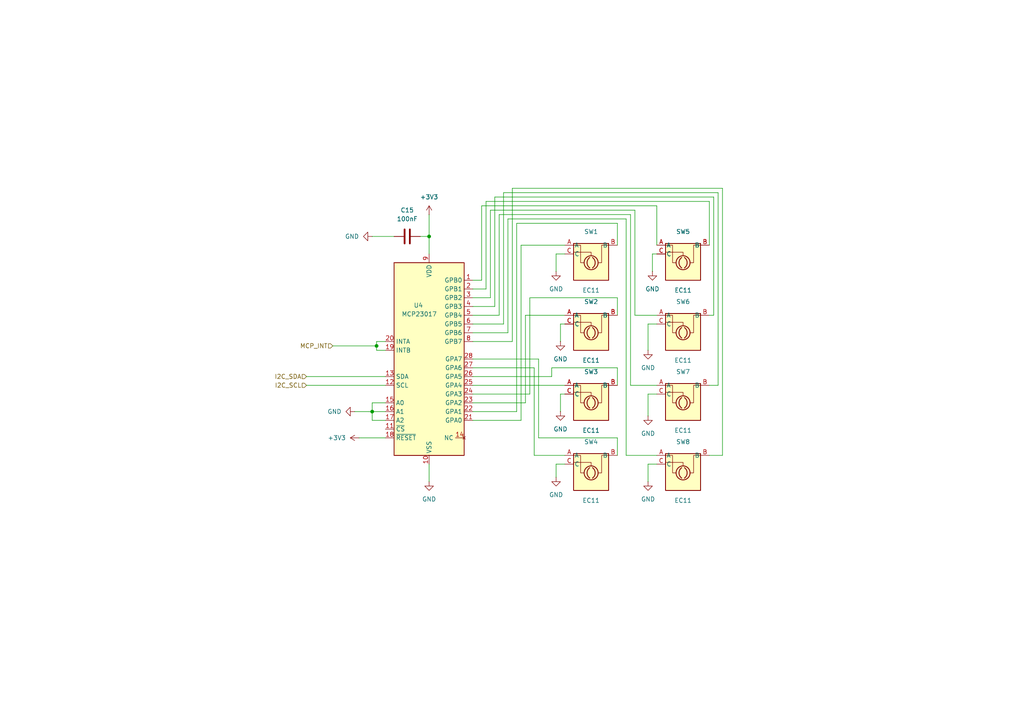
<source format=kicad_sch>
(kicad_sch (version 20250114) (generator "eeschema") (generator_version "9.0")
  (paper "A4")
  (title_block (title "SENGBARD - Encoders") (date "2025-01-26") (rev "0.1") (comment 1 "8x Rotary Encoders via MCP23017") (comment 2 "I2C Port Expander with Interrupts"))
  (lib_symbols
    (symbol "Device:C" (pin_numbers (hide yes)) (pin_names (offset 0.254))
      (property "Reference" "C" (at 0.635 2.54 0))
      (property "Value" "C" (at 0.635 -2.54 0))
      (symbol "C_0_1"
        (polyline (pts (xy -2.032 0.762) (xy 2.032 0.762)) (stroke (width 0.508)))
        (polyline (pts (xy -2.032 -0.762) (xy 2.032 -0.762)) (stroke (width 0.508)))
      )
      (symbol "C_1_1"
        (pin passive line (at 0 3.81 270) (length 2.794) (name "~") (number "1"))
        (pin passive line (at 0 -3.81 90) (length 2.794) (name "~") (number "2"))
      )
    )
    (symbol "Device:Rotary_Encoder" (pin_names (offset 0.254))
      (property "Reference" "SW" (at 0 6.604 0))
      (property "Value" "Rotary_Encoder" (at 0 -6.604 0))
      (symbol "Rotary_Encoder_0_1"
        (rectangle (start -5.08 5.588) (end 5.08 -5.08) (stroke (width 0.254)) (fill (type background)))
        (polyline (pts (xy -2.032 0) (xy -3.048 0) (xy -3.048 5.08) (xy -5.08 5.08)))
        (arc (start 0.381 1.524) (mid 1.1756 0.0035) (end 0.381 -1.524) (stroke (width 0.254)))
        (polyline (pts (xy 0 2.032) (xy 0 3.048) (xy -5.08 3.048) (xy -5.08 2.54)))
        (circle (center 0 0) (radius 2.032) (stroke (width 0.254)))
        (arc (start -0.381 -1.524) (mid -1.1756 -0.0035) (end -0.381 1.524) (stroke (width 0.254)))
        (polyline (pts (xy 2.032 0) (xy 3.048 0) (xy 3.048 5.08) (xy 5.08 5.08)))
      )
      (symbol "Rotary_Encoder_1_1"
        (pin passive line (at -7.62 5.08 0) (length 2.54) (name "A") (number "A"))
        (pin passive line (at -7.62 2.54 0) (length 2.54) (name "C") (number "C"))
        (pin passive line (at 7.62 5.08 180) (length 2.54) (name "B") (number "B"))
      )
    )
    (symbol "Interface_Expansion:MCP23017_SP"
      (property "Reference" "U4" (at -3.104 15.578 0))
      (property "Value" "MCP23017" (at -2.85 13.038 0))
      (symbol "MCP23017_SP_0_1"
        (rectangle (start -10.16 27.94) (end 10.16 -27.94) (stroke (width 0.254)) (fill (type background)))
      )
      (symbol "MCP23017_SP_1_1"
        (pin open_collector line (at -12.7 5.08 0) (length 2.54) (name "INTA") (number "20"))
        (pin open_collector line (at -12.7 2.54 0) (length 2.54) (name "INTB") (number "19"))
        (pin bidirectional line (at -12.7 -5.08 0) (length 2.54) (name "SDA") (number "13"))
        (pin input line (at -12.7 -7.62 0) (length 2.54) (name "SCL") (number "12"))
        (pin input line (at -12.7 -12.7 0) (length 2.54) (name "A0") (number "15"))
        (pin input line (at -12.7 -15.24 0) (length 2.54) (name "A1") (number "16"))
        (pin input line (at -12.7 -17.78 0) (length 2.54) (name "A2") (number "17"))
        (pin input line (at -12.7 -20.32 0) (length 2.54) (name "~{CS}") (number "11"))
        (pin input line (at -12.7 -22.86 0) (length 2.54) (name "~{RESET}") (number "18"))
        (pin power_in line (at 0 30.48 270) (length 2.54) (name "VDD") (number "9"))
        (pin power_in line (at 0 -30.48 90) (length 2.54) (name "VSS") (number "10"))
        (pin no_connect line (at 10.16 -22.86 180) (length 2.54) (name "NC") (number "14"))
        (pin bidirectional line (at 12.7 22.86 180) (length 2.54) (name "GPB0") (number "1"))
        (pin bidirectional line (at 12.7 20.32 180) (length 2.54) (name "GPB1") (number "2"))
        (pin bidirectional line (at 12.7 17.78 180) (length 2.54) (name "GPB2") (number "3"))
        (pin bidirectional line (at 12.7 15.24 180) (length 2.54) (name "GPB3") (number "4"))
        (pin bidirectional line (at 12.7 12.7 180) (length 2.54) (name "GPB4") (number "5"))
        (pin bidirectional line (at 12.7 10.16 180) (length 2.54) (name "GPB5") (number "6"))
        (pin bidirectional line (at 12.7 7.62 180) (length 2.54) (name "GPB6") (number "7"))
        (pin bidirectional line (at 12.7 5.08 180) (length 2.54) (name "GPB7") (number "8"))
        (pin bidirectional line (at 12.7 0 180) (length 2.54) (name "GPA7") (number "28"))
        (pin bidirectional line (at 12.7 -2.54 180) (length 2.54) (name "GPA6") (number "27"))
        (pin bidirectional line (at 12.7 -5.08 180) (length 2.54) (name "GPA5") (number "26"))
        (pin bidirectional line (at 12.7 -7.62 180) (length 2.54) (name "GPA4") (number "25"))
        (pin bidirectional line (at 12.7 -10.16 180) (length 2.54) (name "GPA3") (number "24"))
        (pin bidirectional line (at 12.7 -12.7 180) (length 2.54) (name "GPA2") (number "23"))
        (pin bidirectional line (at 12.7 -15.24 180) (length 2.54) (name "GPA1") (number "22"))
        (pin bidirectional line (at 12.7 -17.78 180) (length 2.54) (name "GPA0") (number "21"))
      )
    )
    (symbol "power:+3V3" (power) (pin_numbers (hide yes)) (pin_names (offset 0) (hide yes))
      (property "Value" "+3V3" (at 0 3.556 0))
      (symbol "+3V3_0_1"
        (polyline (pts (xy -0.762 1.27) (xy 0 2.54)))
        (polyline (pts (xy 0 2.54) (xy 0.762 1.27)))
        (polyline (pts (xy 0 0) (xy 0 2.54)))
      )
      (symbol "+3V3_1_1"
        (pin power_in line (at 0 0 90) (length 0) (name "~") (number "1"))
      )
    )
    (symbol "power:GND" (power) (pin_numbers (hide yes)) (pin_names (offset 0) (hide yes))
      (property "Value" "GND" (at 0 -3.81 0))
      (symbol "GND_0_1"
        (polyline (pts (xy 0 0) (xy 0 -1.27) (xy 1.27 -1.27) (xy 0 -2.54) (xy -1.27 -1.27) (xy 0 -1.27)))
      )
      (symbol "GND_1_1"
        (pin power_in line (at 0 0 270) (length 0) (name "~") (number "1"))
      )
    )
  )
  (junction (at 109.22 100.33))
  (junction (at 124.46 68.58))
  (junction (at 107.95 119.38))
  (wire (pts (xy 152.4 116.84) (xy 137.16 116.84)))
  (wire (pts (xy 121.92 68.58) (xy 124.46 68.58)))
  (wire (pts (xy 143.51 88.9) (xy 137.16 88.9)))
  (wire (pts (xy 104.14 127) (xy 111.76 127)))
  (wire (pts (xy 205.74 91.44) (xy 207.01 91.44)))
  (wire (pts (xy 147.32 63.5) (xy 147.32 96.52)))
  (wire (pts (xy 149.86 64.77) (xy 149.86 119.38)))
  (wire (pts (xy 163.83 91.44) (xy 152.4 91.44)))
  (wire (pts (xy 151.13 121.92) (xy 151.13 71.12)))
  (wire (pts (xy 160.02 106.68) (xy 160.02 109.22)))
  (wire (pts (xy 144.78 62.23) (xy 144.78 91.44)))
  (wire (pts (xy 107.95 68.58) (xy 114.3 68.58)))
  (wire (pts (xy 146.05 93.98) (xy 137.16 93.98)))
  (wire (pts (xy 140.97 58.42) (xy 140.97 83.82)))
  (wire (pts (xy 205.74 132.08) (xy 209.55 132.08)))
  (wire (pts (xy 107.95 119.38) (xy 111.76 119.38)))
  (wire (pts (xy 139.7 81.28) (xy 137.16 81.28)))
  (wire (pts (xy 163.83 73.66) (xy 161.29 73.66)))
  (wire (pts (xy 153.67 86.36) (xy 153.67 114.3)))
  (wire (pts (xy 190.5 71.12) (xy 190.5 59.69)))
  (wire (pts (xy 179.07 86.36) (xy 153.67 86.36)))
  (wire (pts (xy 208.28 111.76) (xy 208.28 55.88)))
  (wire (pts (xy 162.56 99.06) (xy 162.56 93.98)))
  (wire (pts (xy 109.22 99.06) (xy 109.22 100.33)))
  (wire (pts (xy 179.07 106.68) (xy 160.02 106.68)))
  (wire (pts (xy 209.55 54.61) (xy 148.59 54.61)))
  (wire (pts (xy 154.94 132.08) (xy 154.94 106.68)))
  (wire (pts (xy 142.24 60.96) (xy 142.24 86.36)))
  (wire (pts (xy 179.07 111.76) (xy 179.07 106.68)))
  (wire (pts (xy 107.95 116.84) (xy 107.95 119.38)))
  (wire (pts (xy 209.55 132.08) (xy 209.55 54.61)))
  (wire (pts (xy 156.21 104.14) (xy 137.16 104.14)))
  (wire (pts (xy 187.96 134.62) (xy 187.96 139.7)))
  (wire (pts (xy 162.56 93.98) (xy 163.83 93.98)))
  (wire (pts (xy 143.51 57.15) (xy 143.51 88.9)))
  (wire (pts (xy 190.5 111.76) (xy 182.88 111.76)))
  (wire (pts (xy 207.01 57.15) (xy 143.51 57.15)))
  (wire (pts (xy 181.61 132.08) (xy 181.61 63.5)))
  (wire (pts (xy 190.5 91.44) (xy 184.15 91.44)))
  (wire (pts (xy 148.59 99.06) (xy 137.16 99.06)))
  (wire (pts (xy 137.16 111.76) (xy 163.83 111.76)))
  (wire (pts (xy 182.88 62.23) (xy 144.78 62.23)))
  (wire (pts (xy 109.22 101.6) (xy 111.76 101.6)))
  (wire (pts (xy 179.07 91.44) (xy 179.07 86.36)))
  (wire (pts (xy 179.07 71.12) (xy 179.07 64.77)))
  (wire (pts (xy 161.29 73.66) (xy 161.29 78.74)))
  (wire (pts (xy 190.5 59.69) (xy 139.7 59.69)))
  (wire (pts (xy 187.96 93.98) (xy 187.96 101.6)))
  (wire (pts (xy 190.5 132.08) (xy 181.61 132.08)))
  (wire (pts (xy 142.24 86.36) (xy 137.16 86.36)))
  (wire (pts (xy 154.94 106.68) (xy 137.16 106.68)))
  (wire (pts (xy 160.02 109.22) (xy 137.16 109.22)))
  (wire (pts (xy 149.86 119.38) (xy 137.16 119.38)))
  (wire (pts (xy 102.87 119.38) (xy 107.95 119.38)))
  (wire (pts (xy 163.83 114.3) (xy 162.56 114.3)))
  (wire (pts (xy 189.23 73.66) (xy 189.23 78.74)))
  (wire (pts (xy 184.15 60.96) (xy 142.24 60.96)))
  (wire (pts (xy 146.05 55.88) (xy 146.05 93.98)))
  (wire (pts (xy 162.56 114.3) (xy 162.56 119.38)))
  (wire (pts (xy 111.76 116.84) (xy 107.95 116.84)))
  (wire (pts (xy 88.9 111.76) (xy 111.76 111.76)))
  (wire (pts (xy 205.74 111.76) (xy 208.28 111.76)))
  (wire (pts (xy 208.28 55.88) (xy 146.05 55.88)))
  (wire (pts (xy 179.07 132.08) (xy 179.07 127)))
  (wire (pts (xy 96.52 100.33) (xy 109.22 100.33)))
  (wire (pts (xy 163.83 134.62) (xy 161.29 134.62)))
  (wire (pts (xy 107.95 119.38) (xy 107.95 121.92)))
  (wire (pts (xy 205.74 58.42) (xy 140.97 58.42)))
  (wire (pts (xy 124.46 134.62) (xy 124.46 139.7)))
  (wire (pts (xy 179.07 64.77) (xy 149.86 64.77)))
  (wire (pts (xy 107.95 121.92) (xy 111.76 121.92)))
  (wire (pts (xy 182.88 111.76) (xy 182.88 62.23)))
  (wire (pts (xy 187.96 114.3) (xy 187.96 120.65)))
  (wire (pts (xy 156.21 127) (xy 156.21 104.14)))
  (wire (pts (xy 148.59 54.61) (xy 148.59 99.06)))
  (wire (pts (xy 190.5 134.62) (xy 187.96 134.62)))
  (wire (pts (xy 181.61 63.5) (xy 147.32 63.5)))
  (wire (pts (xy 139.7 59.69) (xy 139.7 81.28)))
  (wire (pts (xy 205.74 71.12) (xy 205.74 58.42)))
  (wire (pts (xy 152.4 91.44) (xy 152.4 116.84)))
  (wire (pts (xy 179.07 127) (xy 156.21 127)))
  (wire (pts (xy 153.67 114.3) (xy 137.16 114.3)))
  (wire (pts (xy 161.29 134.62) (xy 161.29 138.43)))
  (wire (pts (xy 147.32 96.52) (xy 137.16 96.52)))
  (wire (pts (xy 124.46 62.23) (xy 124.46 68.58)))
  (wire (pts (xy 111.76 99.06) (xy 109.22 99.06)))
  (wire (pts (xy 184.15 91.44) (xy 184.15 60.96)))
  (wire (pts (xy 190.5 114.3) (xy 187.96 114.3)))
  (wire (pts (xy 190.5 73.66) (xy 189.23 73.66)))
  (wire (pts (xy 163.83 132.08) (xy 154.94 132.08)))
  (wire (pts (xy 140.97 83.82) (xy 137.16 83.82)))
  (wire (pts (xy 144.78 91.44) (xy 137.16 91.44)))
  (wire (pts (xy 190.5 93.98) (xy 187.96 93.98)))
  (wire (pts (xy 207.01 91.44) (xy 207.01 57.15)))
  (wire (pts (xy 109.22 100.33) (xy 109.22 101.6)))
  (wire (pts (xy 151.13 71.12) (xy 163.83 71.12)))
  (wire (pts (xy 137.16 121.92) (xy 151.13 121.92)))
  (wire (pts (xy 124.46 68.58) (xy 124.46 73.66)))
  (wire (pts (xy 88.9 109.22) (xy 111.76 109.22)))
  (hierarchical_label "I2C_SCL" (shape input) (at 88.9 111.76 180))
  (hierarchical_label "I2C_SDA" (shape input) (at 88.9 109.22 180))
  (hierarchical_label "MCP_INT" (shape input) (at 96.52 100.33 180))
  (symbol (lib_id "power:GND") (at 124.46 139.7 0) (unit 1)
    (property "Reference" "#PWR022" (effects (hide yes)))
    (property "Value" "GND" (at 124.46 144.78 0))
    (property "Description" "Power symbol creates a global label with name \"GND\" , ground" (effects (hide yes)))
  )
  (symbol (lib_id "power:+3V3") (at 104.14 127 90) (unit 1)
    (property "Reference" "#PWR024" (effects (hide yes)))
    (property "Value" "+3V3" (at 100.33 126.9999 90) (effects (justify left)))
    (property "Description" "Power symbol creates a global label with name \"+3V3\"" (effects (hide yes)))
  )
  (symbol (lib_id "Device:Rotary_Encoder") (at 198.12 96.52 0) (unit 1)
    (property "Reference" "SW6" (at 198.12 87.52 0))
    (property "Value" "EC11" (at 198.12 104.52 0))
    (property "Footprint" "Rotary_Encoder:RotaryEncoder_Alps_EC11E-Switch_Vertical_H20mm" (effects (hide yes)))
  )
  (symbol (lib_id "power:GND") (at 187.96 101.6 0) (unit 1)
    (property "Reference" "#PWR031" (effects (hide yes)))
    (property "Value" "GND" (at 187.96 106.68 0))
    (property "Description" "Power symbol creates a global label with name \"GND\" , ground" (effects (hide yes)))
  )
  (symbol (lib_id "Device:C") (at 118.11 68.58 90) (unit 1)
    (property "Reference" "C15" (at 118.11 60.96 90))
    (property "Value" "100nF" (at 118.11 63.5 90))
    (property "Description" "Unpolarized capacitor" (effects (hide yes)))
  )
  (symbol (lib_id "power:+3V3") (at 124.46 62.23 0) (unit 1)
    (property "Reference" "#PWR021" (effects (hide yes)))
    (property "Value" "+3V3" (at 124.46 57.15 0))
    (property "Description" "Power symbol creates a global label with name \"+3V3\"" (effects (hide yes)))
  )
  (symbol (lib_id "Device:Rotary_Encoder") (at 198.12 76.2 0) (unit 1)
    (property "Reference" "SW5" (at 198.12 67.2 0))
    (property "Value" "EC11" (at 198.12 84.2 0))
    (property "Footprint" "Rotary_Encoder:RotaryEncoder_Alps_EC11E-Switch_Vertical_H20mm" (effects (hide yes)))
  )
  (symbol (lib_id "power:GND") (at 107.95 68.58 270) (unit 1)
    (property "Reference" "#PWR025" (effects (hide yes)))
    (property "Value" "GND" (at 104.14 68.5799 90) (effects (justify right)))
    (property "Description" "Power symbol creates a global label with name \"GND\" , ground" (effects (hide yes)))
  )
  (symbol (lib_id "power:GND") (at 187.96 139.7 0) (unit 1)
    (property "Reference" "#PWR033" (effects (hide yes)))
    (property "Value" "GND" (at 187.96 144.78 0))
    (property "Description" "Power symbol creates a global label with name \"GND\" , ground" (effects (hide yes)))
  )
  (symbol (lib_id "power:GND") (at 187.96 120.65 0) (unit 1)
    (property "Reference" "#PWR032" (effects (hide yes)))
    (property "Value" "GND" (at 187.96 125.73 0))
    (property "Description" "Power symbol creates a global label with name \"GND\" , ground" (effects (hide yes)))
  )
  (symbol (lib_id "power:GND") (at 161.29 138.43 0) (unit 1)
    (property "Reference" "#PWR026" (effects (hide yes)))
    (property "Value" "GND" (at 161.29 143.51 0))
    (property "Description" "Power symbol creates a global label with name \"GND\" , ground" (effects (hide yes)))
  )
  (symbol (lib_id "Interface_Expansion:MCP23017_SP") (at 124.46 104.14 0) (unit 1)
    (property "Reference" "U4" (at 121.356 88.562 0))
    (property "Value" "MCP23017" (at 121.61 91.102 0))
    (property "Footprint" "Package_DIP:DIP-28_W7.62mm" (effects (hide yes)))
  )
  (symbol (lib_id "power:GND") (at 162.56 119.38 0) (unit 1)
    (property "Reference" "#PWR027" (effects (hide yes)))
    (property "Value" "GND" (at 162.56 124.46 0))
    (property "Description" "Power symbol creates a global label with name \"GND\" , ground" (effects (hide yes)))
  )
  (symbol (lib_id "Device:Rotary_Encoder") (at 171.45 116.84 0) (unit 1)
    (property "Reference" "SW3" (at 171.45 107.84 0))
    (property "Value" "EC11" (at 171.45 124.84 0))
    (property "Footprint" "Rotary_Encoder:RotaryEncoder_Alps_EC11E-Switch_Vertical_H20mm" (effects (hide yes)))
  )
  (symbol (lib_id "Device:Rotary_Encoder") (at 198.12 137.16 0) (unit 1)
    (property "Reference" "SW8" (at 198.12 128.16 0))
    (property "Value" "EC11" (at 198.12 145.16 0))
    (property "Footprint" "Rotary_Encoder:RotaryEncoder_Alps_EC11E-Switch_Vertical_H20mm" (effects (hide yes)))
  )
  (symbol (lib_id "power:GND") (at 102.87 119.38 270) (unit 1)
    (property "Reference" "#PWR023" (effects (hide yes)))
    (property "Value" "GND" (at 99.06 119.3799 90) (effects (justify right)))
    (property "Description" "Power symbol creates a global label with name \"GND\" , ground" (effects (hide yes)))
  )
  (symbol (lib_id "Device:Rotary_Encoder") (at 198.12 116.84 0) (unit 1)
    (property "Reference" "SW7" (at 198.12 107.84 0))
    (property "Value" "EC11" (at 198.12 124.84 0))
    (property "Footprint" "Rotary_Encoder:RotaryEncoder_Alps_EC11E-Switch_Vertical_H20mm" (effects (hide yes)))
  )
  (symbol (lib_id "power:GND") (at 161.29 78.74 0) (unit 1)
    (property "Reference" "#PWR029" (effects (hide yes)))
    (property "Value" "GND" (at 161.29 83.82 0))
    (property "Description" "Power symbol creates a global label with name \"GND\" , ground" (effects (hide yes)))
  )
  (symbol (lib_id "Device:Rotary_Encoder") (at 171.45 137.16 0) (unit 1)
    (property "Reference" "SW4" (at 171.45 128.16 0))
    (property "Value" "EC11" (at 171.45 145.16 0))
    (property "Footprint" "Rotary_Encoder:RotaryEncoder_Alps_EC11E-Switch_Vertical_H20mm" (effects (hide yes)))
  )
  (symbol (lib_id "Device:Rotary_Encoder") (at 171.45 96.52 0) (unit 1)
    (property "Reference" "SW2" (at 171.45 87.52 0))
    (property "Value" "EC11" (at 171.45 104.52 0))
    (property "Footprint" "Rotary_Encoder:RotaryEncoder_Alps_EC11E-Switch_Vertical_H20mm" (effects (hide yes)))
  )
  (symbol (lib_id "Device:Rotary_Encoder") (at 171.45 76.2 0) (unit 1)
    (property "Reference" "SW1" (at 171.45 67.2 0))
    (property "Value" "EC11" (at 171.45 84.2 0))
    (property "Footprint" "Rotary_Encoder:RotaryEncoder_Alps_EC11E-Switch_Vertical_H20mm" (effects (hide yes)))
  )
  (symbol (lib_id "power:GND") (at 189.23 78.74 0) (unit 1)
    (property "Reference" "#PWR030" (effects (hide yes)))
    (property "Value" "GND" (at 189.23 83.82 0))
    (property "Description" "Power symbol creates a global label with name \"GND\" , ground" (effects (hide yes)))
  )
  (symbol (lib_id "power:GND") (at 162.56 99.06 0) (unit 1)
    (property "Reference" "#PWR028" (effects (hide yes)))
    (property "Value" "GND" (at 162.56 104.14 0))
    (property "Description" "Power symbol creates a global label with name \"GND\" , ground" (effects (hide yes)))
  )
)
</source>
